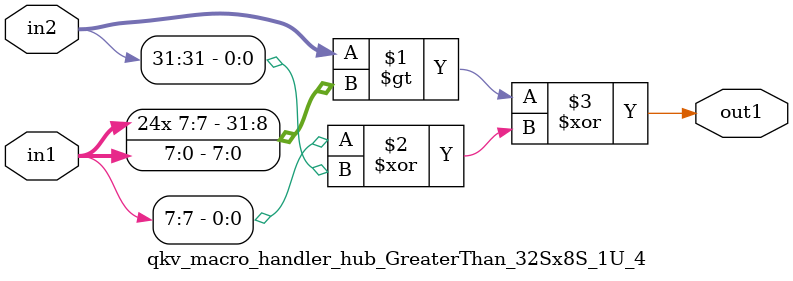
<source format=v>

`timescale 1ps / 1ps


module qkv_macro_handler_hub_GreaterThan_32Sx8S_1U_4( in2, in1, out1 );

    input [31:0] in2;
    input [7:0] in1;
    output out1;

    
    // rtl_process:qkv_macro_handler_hub_GreaterThan_32Sx8S_1U_4/qkv_macro_handler_hub_GreaterThan_32Sx8S_1U_4_thread_1
    assign out1 = (in2 > {{ 24 {in1[7]}}, in1} ^ (in1[7] ^ in2[31]));

endmodule





</source>
